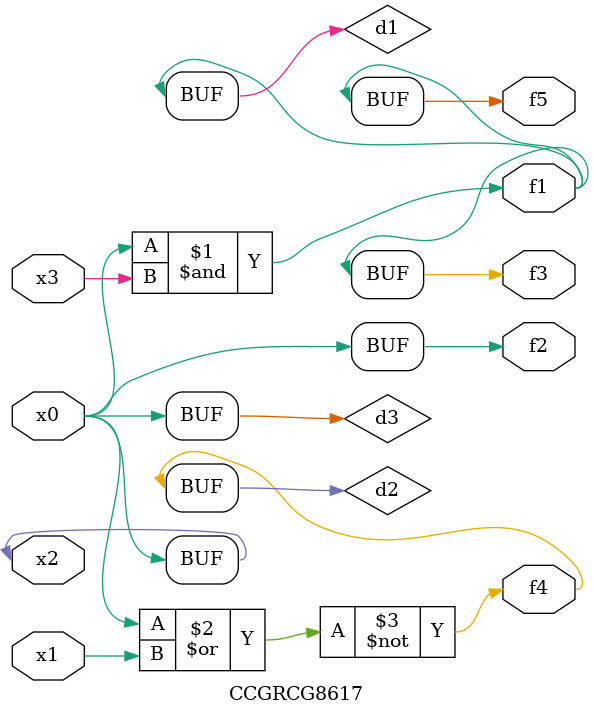
<source format=v>
module CCGRCG8617(
	input x0, x1, x2, x3,
	output f1, f2, f3, f4, f5
);

	wire d1, d2, d3;

	and (d1, x2, x3);
	nor (d2, x0, x1);
	buf (d3, x0, x2);
	assign f1 = d1;
	assign f2 = d3;
	assign f3 = d1;
	assign f4 = d2;
	assign f5 = d1;
endmodule

</source>
